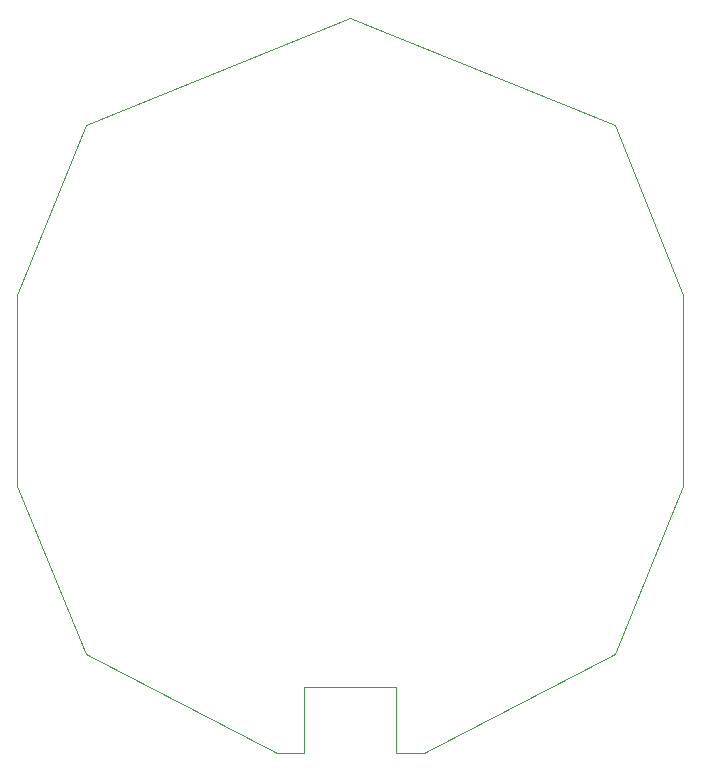
<source format=gm1>
G04 #@! TF.FileFunction,Profile,NP*
%FSLAX46Y46*%
G04 Gerber Fmt 4.6, Leading zero omitted, Abs format (unit mm)*
G04 Created by KiCad (PCBNEW (2015-08-16 BZR 6097, Git b384c94)-product) date 22.08.2015 13:39:35*
%MOMM*%
G01*
G04 APERTURE LIST*
%ADD10C,0.150000*%
%ADD11C,0.100000*%
G04 APERTURE END LIST*
D10*
D11*
X178200000Y-101000000D02*
X172400000Y-86600000D01*
X178200000Y-117200000D02*
X178200000Y-101000000D01*
X172400000Y-131400000D02*
X178200000Y-117200000D01*
X121800000Y-101000000D02*
X127600000Y-86600000D01*
X121800000Y-117200000D02*
X121800000Y-101000000D01*
X127600000Y-131400000D02*
X121800000Y-117200000D01*
X172400000Y-131400000D02*
X156200000Y-139800000D01*
X150000000Y-77600000D02*
X172400000Y-86600000D01*
X127600000Y-86600000D02*
X150000000Y-77600000D01*
X143800000Y-139800000D02*
X127600000Y-131400000D01*
X153900000Y-139800000D02*
X156200000Y-139800000D01*
X153900000Y-134200000D02*
X153900000Y-139800000D01*
X146100000Y-134200000D02*
X153900000Y-134200000D01*
X146100000Y-139800000D02*
X146100000Y-134200000D01*
X143800000Y-139800000D02*
X146100000Y-139800000D01*
M02*

</source>
